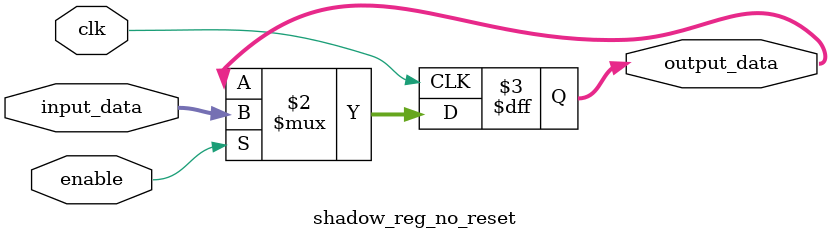
<source format=sv>
module shadow_reg_no_reset #(parameter WIDTH=4) (
    input clk,
    input enable,
    input [WIDTH-1:0] input_data,
    output reg [WIDTH-1:0] output_data
);

    // Direct update of output data with synchronized shadow storage
    always @(posedge clk) begin
        // Output is updated with shadow data on every clock cycle
        output_data <= enable ? input_data : output_data;
    end
endmodule
</source>
